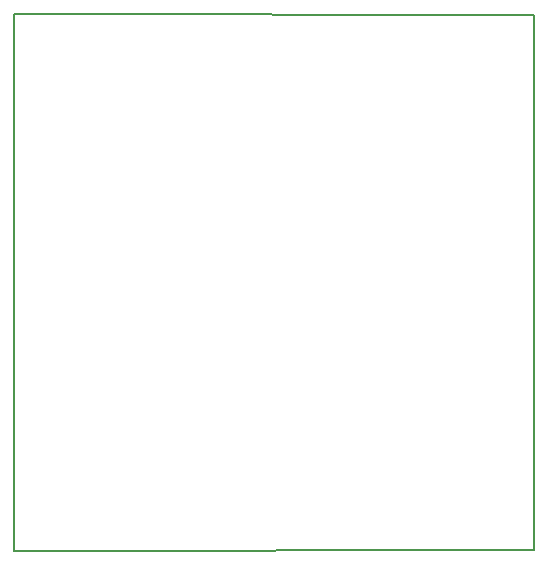
<source format=gbr>
G04 #@! TF.GenerationSoftware,KiCad,Pcbnew,5.1.7-a382d34a8~88~ubuntu18.04.1*
G04 #@! TF.CreationDate,2021-06-07T17:39:16+05:30*
G04 #@! TF.ProjectId,stm32wb_Dev_v2,73746d33-3277-4625-9f44-65765f76322e,rev?*
G04 #@! TF.SameCoordinates,Original*
G04 #@! TF.FileFunction,Other,User*
%FSLAX46Y46*%
G04 Gerber Fmt 4.6, Leading zero omitted, Abs format (unit mm)*
G04 Created by KiCad (PCBNEW 5.1.7-a382d34a8~88~ubuntu18.04.1) date 2021-06-07 17:39:16*
%MOMM*%
%LPD*%
G01*
G04 APERTURE LIST*
%ADD10C,0.150000*%
G04 APERTURE END LIST*
D10*
X83032600Y-48915320D02*
X83052920Y-94371160D01*
X127050800Y-49027080D02*
X83032600Y-48915320D01*
X127086360Y-94335600D02*
X127050800Y-49027080D01*
X83052920Y-94371160D02*
X127099060Y-94335600D01*
M02*

</source>
